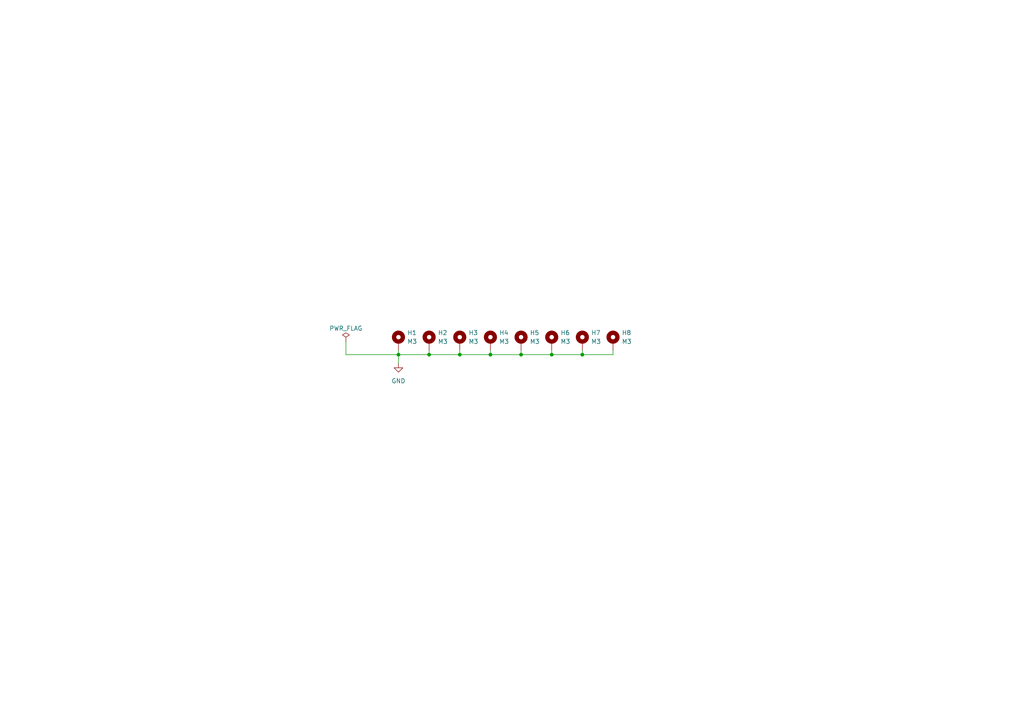
<source format=kicad_sch>
(kicad_sch (version 20230121) (generator eeschema)
  (paper "A4")
  (lib_symbols
    (symbol "Mechanical:MountingHole_Pad" (pin_numbers hide) (pin_names (offset 1.016) hide)
      (property "Reference" "H" (at 0 6.35 0))
      (property "Value" "MountingHole_Pad" (at 0 4.445 0))
      (symbol "MountingHole_Pad_0_1"
        (circle (center 0 1.27) (radius 1.27) (stroke (width 1.27)))
      )
      (symbol "MountingHole_Pad_1_1"
        (pin input line (at 0 -2.54 90) (length 2.54) (name "1") (number "1"))
      )
    )
    (symbol "power:GND" (power) (pin_names (offset 0))
      (property "Value" "GND" (at 0 -3.81 0))
      (symbol "GND_0_1"
        (polyline (pts (xy 0 0) (xy 0 -1.27) (xy 1.27 -1.27) (xy 0 -2.54) (xy -1.27 -1.27) (xy 0 -1.27)))
      )
      (symbol "GND_1_1"
        (pin power_in line (at 0 0 270) (length 0) hide (name "GND") (number "1"))
      )
    )
    (symbol "power:PWR_FLAG" (power) (pin_numbers hide) (pin_names (offset 0) hide)
      (property "Value" "PWR_FLAG" (at 0 3.81 0))
      (symbol "PWR_FLAG_0_0"
        (pin power_out line (at 0 0 90) (length 0) (name "pwr") (number "1"))
      )
      (symbol "PWR_FLAG_0_1"
        (polyline (pts (xy 0 0) (xy 0 1.27) (xy -1.016 1.905) (xy 0 2.54) (xy 1.016 1.905) (xy 0 1.27)))
      )
    )
  )
  (junction (at 160.02 102.87))
  (junction (at 124.46 102.87))
  (junction (at 142.24 102.87))
  (junction (at 133.35 102.87))
  (junction (at 151.13 102.87))
  (junction (at 115.57 102.87))
  (junction (at 168.91 102.87))
  (wire (pts (xy 168.91 101.6) (xy 168.91 102.87)))
  (wire (pts (xy 142.24 101.6) (xy 142.24 102.87)))
  (wire (pts (xy 133.35 101.6) (xy 133.35 102.87)))
  (wire (pts (xy 124.46 101.6) (xy 124.46 102.87)))
  (wire (pts (xy 160.02 101.6) (xy 160.02 102.87)))
  (wire (pts (xy 115.57 101.6) (xy 115.57 102.87)))
  (wire (pts (xy 142.24 102.87) (xy 151.13 102.87)))
  (wire (pts (xy 115.57 102.87) (xy 115.57 105.41)))
  (wire (pts (xy 133.35 102.87) (xy 142.24 102.87)))
  (wire (pts (xy 177.8 102.87) (xy 177.8 101.6)))
  (wire (pts (xy 151.13 101.6) (xy 151.13 102.87)))
  (wire (pts (xy 160.02 102.87) (xy 168.91 102.87)))
  (wire (pts (xy 168.91 102.87) (xy 177.8 102.87)))
  (wire (pts (xy 115.57 102.87) (xy 124.46 102.87)))
  (wire (pts (xy 100.33 102.87) (xy 115.57 102.87)))
  (wire (pts (xy 124.46 102.87) (xy 133.35 102.87)))
  (wire (pts (xy 151.13 102.87) (xy 160.02 102.87)))
  (wire (pts (xy 100.33 99.06) (xy 100.33 102.87)))
  (symbol (lib_id "Mechanical:MountingHole_Pad") (at 142.24 99.06 0) (unit 1)
    (property "Reference" "H4" (at 144.78 96.52 0) (effects (justify left)))
    (property "Value" "M3" (at 144.78 99.06 0) (effects (justify left)))
    (property "Footprint" "Custom-Mechanical:MountingHole-3mm_small_annulus" (effects hide))
  )
  (symbol (lib_id "power:GND") (at 115.57 105.41 0) (unit 1)
    (property "Reference" "#PWR01" (effects hide))
    (property "Value" "GND" (at 115.57 110.49 0))
  )
  (symbol (lib_id "power:PWR_FLAG") (at 100.33 99.06 0) (unit 1)
    (property "Reference" "#FLG01" (effects hide))
    (property "Value" "PWR_FLAG" (at 100.33 95.25 0))
  )
  (symbol (lib_id "Mechanical:MountingHole_Pad") (at 151.13 99.06 0) (unit 1)
    (property "Reference" "H5" (at 153.67 96.52 0) (effects (justify left)))
    (property "Value" "M3" (at 153.67 99.06 0) (effects (justify left)))
    (property "Footprint" "Custom-Mechanical:MountingHole-3mm_small_annulus" (effects hide))
  )
  (symbol (lib_id "Mechanical:MountingHole_Pad") (at 168.91 99.06 0) (unit 1)
    (property "Reference" "H7" (at 171.45 96.52 0) (effects (justify left)))
    (property "Value" "M3" (at 171.45 99.06 0) (effects (justify left)))
    (property "Footprint" "Custom-Mechanical:MountingHole-3mm_small_annulus" (effects hide))
  )
  (symbol (lib_id "Mechanical:MountingHole_Pad") (at 160.02 99.06 0) (unit 1)
    (property "Reference" "H6" (at 162.56 96.52 0) (effects (justify left)))
    (property "Value" "M3" (at 162.56 99.06 0) (effects (justify left)))
    (property "Footprint" "Custom-Mechanical:MountingHole-3mm_small_annulus" (effects hide))
  )
  (symbol (lib_id "Mechanical:MountingHole_Pad") (at 115.57 99.06 0) (unit 1)
    (property "Reference" "H1" (at 118.11 96.52 0) (effects (justify left)))
    (property "Value" "M3" (at 118.11 99.06 0) (effects (justify left)))
    (property "Footprint" "Custom-Mechanical:MountingHole-3mm_small_annulus" (effects hide))
  )
  (symbol (lib_id "Mechanical:MountingHole_Pad") (at 124.46 99.06 0) (unit 1)
    (property "Reference" "H2" (at 127 96.52 0) (effects (justify left)))
    (property "Value" "M3" (at 127 99.06 0) (effects (justify left)))
    (property "Footprint" "Custom-Mechanical:MountingHole-3mm_small_annulus" (effects hide))
  )
  (symbol (lib_id "Mechanical:MountingHole_Pad") (at 177.8 99.06 0) (unit 1)
    (property "Reference" "H8" (at 180.34 96.52 0) (effects (justify left)))
    (property "Value" "M3" (at 180.34 99.06 0) (effects (justify left)))
    (property "Footprint" "Custom-Mechanical:MountingHole-3mm_small_annulus" (effects hide))
  )
  (symbol (lib_id "Mechanical:MountingHole_Pad") (at 133.35 99.06 0) (unit 1)
    (property "Reference" "H3" (at 135.89 96.52 0) (effects (justify left)))
    (property "Value" "M3" (at 135.89 99.06 0) (effects (justify left)))
    (property "Footprint" "Custom-Mechanical:MountingHole-3mm_small_annulus" (effects hide))
  )
)
</source>
